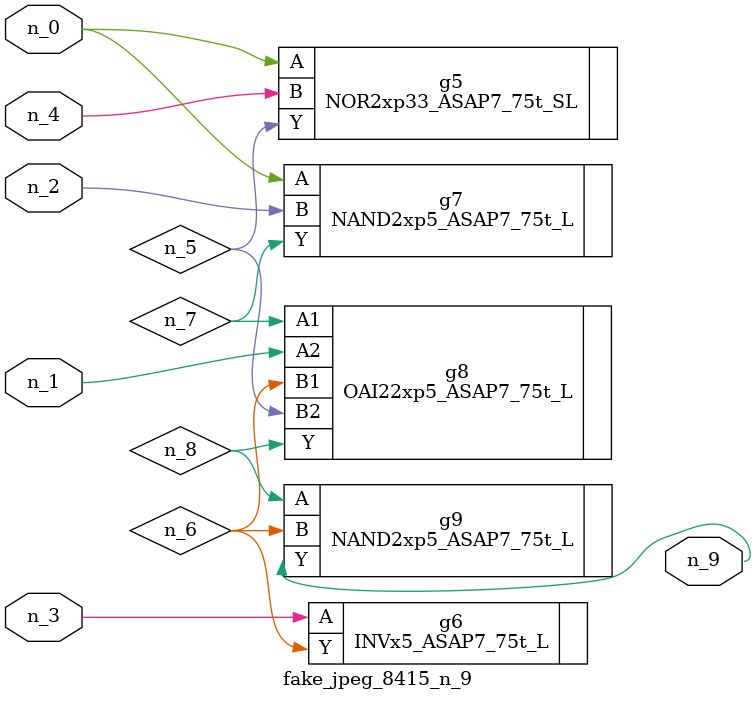
<source format=v>
module fake_jpeg_8415_n_9 (n_3, n_2, n_1, n_0, n_4, n_9);

input n_3;
input n_2;
input n_1;
input n_0;
input n_4;

output n_9;

wire n_8;
wire n_6;
wire n_5;
wire n_7;

NOR2xp33_ASAP7_75t_SL g5 ( 
.A(n_0),
.B(n_4),
.Y(n_5)
);

INVx5_ASAP7_75t_L g6 ( 
.A(n_3),
.Y(n_6)
);

NAND2xp5_ASAP7_75t_L g7 ( 
.A(n_0),
.B(n_2),
.Y(n_7)
);

OAI22xp5_ASAP7_75t_L g8 ( 
.A1(n_7),
.A2(n_1),
.B1(n_6),
.B2(n_5),
.Y(n_8)
);

NAND2xp5_ASAP7_75t_L g9 ( 
.A(n_8),
.B(n_6),
.Y(n_9)
);


endmodule
</source>
